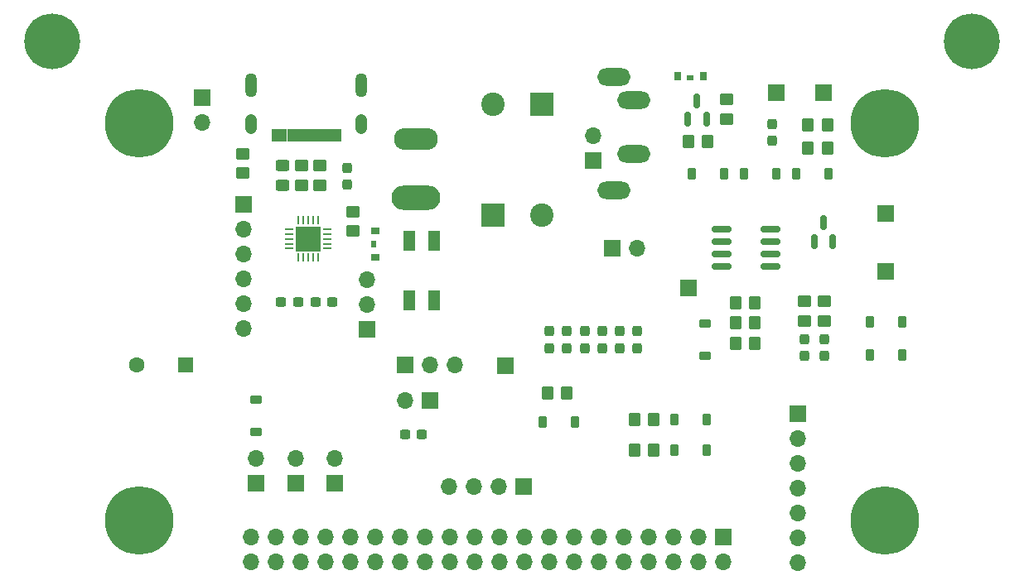
<source format=gbr>
%TF.GenerationSoftware,KiCad,Pcbnew,7.0.2*%
%TF.CreationDate,2024-08-07T09:48:01-07:00*%
%TF.ProjectId,MK-KS-MkV,4d4b2d4b-532d-44d6-9b56-2e6b69636164,1.0*%
%TF.SameCoordinates,PX3a67068PY5e08f30*%
%TF.FileFunction,Soldermask,Top*%
%TF.FilePolarity,Negative*%
%FSLAX46Y46*%
G04 Gerber Fmt 4.6, Leading zero omitted, Abs format (unit mm)*
G04 Created by KiCad (PCBNEW 7.0.2) date 2024-08-07 09:48:01*
%MOMM*%
%LPD*%
G01*
G04 APERTURE LIST*
G04 Aperture macros list*
%AMRoundRect*
0 Rectangle with rounded corners*
0 $1 Rounding radius*
0 $2 $3 $4 $5 $6 $7 $8 $9 X,Y pos of 4 corners*
0 Add a 4 corners polygon primitive as box body*
4,1,4,$2,$3,$4,$5,$6,$7,$8,$9,$2,$3,0*
0 Add four circle primitives for the rounded corners*
1,1,$1+$1,$2,$3*
1,1,$1+$1,$4,$5*
1,1,$1+$1,$6,$7*
1,1,$1+$1,$8,$9*
0 Add four rect primitives between the rounded corners*
20,1,$1+$1,$2,$3,$4,$5,0*
20,1,$1+$1,$4,$5,$6,$7,0*
20,1,$1+$1,$6,$7,$8,$9,0*
20,1,$1+$1,$8,$9,$2,$3,0*%
G04 Aperture macros list end*
%ADD10C,0.010000*%
%ADD11O,1.254000X2.054000*%
%ADD12O,1.254000X2.454000*%
%ADD13R,1.700000X1.700000*%
%ADD14O,1.700000X1.700000*%
%ADD15RoundRect,0.250000X0.450000X-0.350000X0.450000X0.350000X-0.450000X0.350000X-0.450000X-0.350000X0*%
%ADD16RoundRect,0.225000X0.375000X-0.225000X0.375000X0.225000X-0.375000X0.225000X-0.375000X-0.225000X0*%
%ADD17RoundRect,0.225000X0.225000X0.375000X-0.225000X0.375000X-0.225000X-0.375000X0.225000X-0.375000X0*%
%ADD18O,5.000000X2.500000*%
%ADD19O,4.500000X2.250000*%
%ADD20C,4.700000*%
%ADD21C,7.000000*%
%ADD22RoundRect,0.237500X-0.237500X0.300000X-0.237500X-0.300000X0.237500X-0.300000X0.237500X0.300000X0*%
%ADD23R,2.400000X2.400000*%
%ADD24C,2.400000*%
%ADD25R,1.200000X1.999982*%
%ADD26RoundRect,0.237500X0.237500X-0.300000X0.237500X0.300000X-0.237500X0.300000X-0.237500X-0.300000X0*%
%ADD27RoundRect,0.250000X0.350000X0.450000X-0.350000X0.450000X-0.350000X-0.450000X0.350000X-0.450000X0*%
%ADD28RoundRect,0.225000X-0.225000X-0.375000X0.225000X-0.375000X0.225000X0.375000X-0.225000X0.375000X0*%
%ADD29RoundRect,0.250000X-0.450000X0.350000X-0.450000X-0.350000X0.450000X-0.350000X0.450000X0.350000X0*%
%ADD30RoundRect,0.150000X-0.825000X-0.150000X0.825000X-0.150000X0.825000X0.150000X-0.825000X0.150000X0*%
%ADD31RoundRect,0.250000X-0.350000X-0.450000X0.350000X-0.450000X0.350000X0.450000X-0.350000X0.450000X0*%
%ADD32O,3.404000X1.804000*%
%ADD33C,3.600000*%
%ADD34C,5.700000*%
%ADD35RoundRect,0.150000X0.150000X-0.587500X0.150000X0.587500X-0.150000X0.587500X-0.150000X-0.587500X0*%
%ADD36RoundRect,0.237500X0.300000X0.237500X-0.300000X0.237500X-0.300000X-0.237500X0.300000X-0.237500X0*%
%ADD37RoundRect,0.062500X0.350000X0.062500X-0.350000X0.062500X-0.350000X-0.062500X0.350000X-0.062500X0*%
%ADD38RoundRect,0.062500X0.062500X0.350000X-0.062500X0.350000X-0.062500X-0.350000X0.062500X-0.350000X0*%
%ADD39R,2.500000X2.500000*%
%ADD40RoundRect,0.237500X-0.300000X-0.237500X0.300000X-0.237500X0.300000X0.237500X-0.300000X0.237500X0*%
%ADD41R,0.900000X0.710000*%
%ADD42R,0.600000X0.800000*%
%ADD43RoundRect,0.250000X-0.450000X0.325000X-0.450000X-0.325000X0.450000X-0.325000X0.450000X0.325000X0*%
%ADD44R,1.600000X1.600000*%
%ADD45C,1.600000*%
%ADD46R,0.710000X0.900000*%
%ADD47R,0.800000X0.600000*%
G04 APERTURE END LIST*
%TO.C,J4*%
D10*
X29497000Y-10182000D02*
X28797000Y-10182000D01*
X28797000Y-8982000D01*
X29497000Y-8982000D01*
X29497000Y-10182000D01*
G36*
X29497000Y-10182000D02*
G01*
X28797000Y-10182000D01*
X28797000Y-8982000D01*
X29497000Y-8982000D01*
X29497000Y-10182000D01*
G37*
X28697000Y-10182000D02*
X27997000Y-10182000D01*
X27997000Y-8982000D01*
X28697000Y-8982000D01*
X28697000Y-10182000D01*
G36*
X28697000Y-10182000D02*
G01*
X27997000Y-10182000D01*
X27997000Y-8982000D01*
X28697000Y-8982000D01*
X28697000Y-10182000D01*
G37*
X27897000Y-10182000D02*
X27497000Y-10182000D01*
X27497000Y-8982000D01*
X27897000Y-8982000D01*
X27897000Y-10182000D01*
G36*
X27897000Y-10182000D02*
G01*
X27497000Y-10182000D01*
X27497000Y-8982000D01*
X27897000Y-8982000D01*
X27897000Y-10182000D01*
G37*
X27397000Y-10182000D02*
X26997000Y-10182000D01*
X26997000Y-8982000D01*
X27397000Y-8982000D01*
X27397000Y-10182000D01*
G36*
X27397000Y-10182000D02*
G01*
X26997000Y-10182000D01*
X26997000Y-8982000D01*
X27397000Y-8982000D01*
X27397000Y-10182000D01*
G37*
X26897000Y-10182000D02*
X26497000Y-10182000D01*
X26497000Y-8982000D01*
X26897000Y-8982000D01*
X26897000Y-10182000D01*
G36*
X26897000Y-10182000D02*
G01*
X26497000Y-10182000D01*
X26497000Y-8982000D01*
X26897000Y-8982000D01*
X26897000Y-10182000D01*
G37*
X26397000Y-10182000D02*
X25997000Y-10182000D01*
X25997000Y-8982000D01*
X26397000Y-8982000D01*
X26397000Y-10182000D01*
G36*
X26397000Y-10182000D02*
G01*
X25997000Y-10182000D01*
X25997000Y-8982000D01*
X26397000Y-8982000D01*
X26397000Y-10182000D01*
G37*
X25897000Y-10182000D02*
X25497000Y-10182000D01*
X25497000Y-8982000D01*
X25897000Y-8982000D01*
X25897000Y-10182000D01*
G36*
X25897000Y-10182000D02*
G01*
X25497000Y-10182000D01*
X25497000Y-8982000D01*
X25897000Y-8982000D01*
X25897000Y-10182000D01*
G37*
X25397000Y-10182000D02*
X24997000Y-10182000D01*
X24997000Y-8982000D01*
X25397000Y-8982000D01*
X25397000Y-10182000D01*
G36*
X25397000Y-10182000D02*
G01*
X24997000Y-10182000D01*
X24997000Y-8982000D01*
X25397000Y-8982000D01*
X25397000Y-10182000D01*
G37*
X24897000Y-10182000D02*
X24497000Y-10182000D01*
X24497000Y-8982000D01*
X24897000Y-8982000D01*
X24897000Y-10182000D01*
G36*
X24897000Y-10182000D02*
G01*
X24497000Y-10182000D01*
X24497000Y-8982000D01*
X24897000Y-8982000D01*
X24897000Y-10182000D01*
G37*
X24397000Y-10182000D02*
X23997000Y-10182000D01*
X23997000Y-8982000D01*
X24397000Y-8982000D01*
X24397000Y-10182000D01*
G36*
X24397000Y-10182000D02*
G01*
X23997000Y-10182000D01*
X23997000Y-8982000D01*
X24397000Y-8982000D01*
X24397000Y-10182000D01*
G37*
X23897000Y-10182000D02*
X23197000Y-10182000D01*
X23197000Y-8982000D01*
X23897000Y-8982000D01*
X23897000Y-10182000D01*
G36*
X23897000Y-10182000D02*
G01*
X23197000Y-10182000D01*
X23197000Y-8982000D01*
X23897000Y-8982000D01*
X23897000Y-10182000D01*
G37*
X23097000Y-10182000D02*
X22397000Y-10182000D01*
X22397000Y-8982000D01*
X23097000Y-8982000D01*
X23097000Y-10182000D01*
G36*
X23097000Y-10182000D02*
G01*
X22397000Y-10182000D01*
X22397000Y-8982000D01*
X23097000Y-8982000D01*
X23097000Y-10182000D01*
G37*
%TD*%
D11*
%TO.C,J4*%
X31567000Y-8432000D03*
X20327000Y-8432000D03*
D12*
X31567000Y-4432000D03*
X20327000Y-4432000D03*
%TD*%
D13*
%TO.C,OP1*%
X36075000Y-33100000D03*
D14*
X38615000Y-33100000D03*
X41155000Y-33100000D03*
%TD*%
D15*
%TO.C,R2*%
X19448020Y-13486428D03*
X19448020Y-11486428D03*
%TD*%
D16*
%TO.C,D4*%
X66700000Y-32150000D03*
X66700000Y-28850000D03*
%TD*%
D13*
%TO.C,TP7*%
X65046000Y-25223000D03*
%TD*%
%TO.C,TP9*%
X46300000Y-33200000D03*
%TD*%
D17*
%TO.C,D7*%
X68650000Y-13500000D03*
X65350000Y-13500000D03*
%TD*%
D18*
%TO.C,J2*%
X37150000Y-15950000D03*
D19*
X37150000Y-9950000D03*
%TD*%
D20*
%TO.C,SHLD-1*%
X8894000Y-8346000D03*
D21*
X8894000Y-8346000D03*
%TD*%
D13*
%TO.C,JP1*%
X24900000Y-45175000D03*
D14*
X24900000Y-42635000D03*
%TD*%
D22*
%TO.C,C8*%
X50800000Y-29637500D03*
X50800000Y-31362500D03*
%TD*%
D23*
%TO.C,ST1*%
X50000000Y-6400000D03*
D24*
X45000000Y-6400000D03*
%TD*%
D25*
%TO.C,BR1*%
X36480000Y-26512500D03*
X36480000Y-20412500D03*
X39020000Y-26512500D03*
X39020000Y-20412500D03*
%TD*%
D26*
%TO.C,C11*%
X54400000Y-31362500D03*
X54400000Y-29637500D03*
%TD*%
D27*
%TO.C,R14*%
X79200000Y-8500000D03*
X77200000Y-8500000D03*
%TD*%
D28*
%TO.C,D1*%
X63550000Y-41800000D03*
X66850000Y-41800000D03*
%TD*%
D26*
%TO.C,C5*%
X78900000Y-32162500D03*
X78900000Y-30437500D03*
%TD*%
D29*
%TO.C,R6*%
X25448020Y-12686428D03*
X25448020Y-14686428D03*
%TD*%
D13*
%TO.C,JP6*%
X15357000Y-5769000D03*
D14*
X15357000Y-8309000D03*
%TD*%
D13*
%TO.C,TP8*%
X85200000Y-23500000D03*
%TD*%
D27*
%TO.C,R11*%
X71800000Y-30900000D03*
X69800000Y-30900000D03*
%TD*%
D30*
%TO.C,U1*%
X68425000Y-19195000D03*
X68425000Y-20465000D03*
X68425000Y-21735000D03*
X68425000Y-23005000D03*
X73375000Y-23005000D03*
X73375000Y-21735000D03*
X73375000Y-20465000D03*
X73375000Y-19195000D03*
%TD*%
D28*
%TO.C,D9*%
X76050000Y-13500000D03*
X79350000Y-13500000D03*
%TD*%
D26*
%TO.C,C7*%
X52600000Y-31362500D03*
X52600000Y-29637500D03*
%TD*%
D17*
%TO.C,D6*%
X86850000Y-28700000D03*
X83550000Y-28700000D03*
%TD*%
D31*
%TO.C,R9*%
X69800000Y-26700000D03*
X71800000Y-26700000D03*
%TD*%
D32*
%TO.C,J3*%
X57409000Y-3613000D03*
X59409000Y-6013000D03*
X59409000Y-11513000D03*
X57409000Y-15213000D03*
%TD*%
D13*
%TO.C,TP6*%
X78800000Y-5200000D03*
%TD*%
D20*
%TO.C,SHLD-4*%
X8894000Y-48986000D03*
D21*
X8894000Y-48986000D03*
%TD*%
D33*
%TO.C,M_KSI1*%
X0Y0D03*
D34*
X0Y0D03*
%TD*%
D26*
%TO.C,C10*%
X76900000Y-32162500D03*
X76900000Y-30437500D03*
%TD*%
D28*
%TO.C,D10*%
X50150000Y-38950000D03*
X53450000Y-38950000D03*
%TD*%
D35*
%TO.C,Q2*%
X77850000Y-20437500D03*
X79750000Y-20437500D03*
X78800000Y-18562500D03*
%TD*%
D27*
%TO.C,R1*%
X67000000Y-10200000D03*
X65000000Y-10200000D03*
%TD*%
D13*
%TO.C,TP10*%
X85200000Y-17600000D03*
%TD*%
D36*
%TO.C,C3*%
X28610520Y-26686428D03*
X26885520Y-26686428D03*
%TD*%
D31*
%TO.C,R15*%
X77200000Y-10900000D03*
X79200000Y-10900000D03*
%TD*%
D13*
%TO.C,JP2*%
X20800000Y-45175000D03*
D14*
X20800000Y-42635000D03*
%TD*%
D13*
%TO.C,J7*%
X32148020Y-29411428D03*
D14*
X32148020Y-26871428D03*
X32148020Y-24331428D03*
%TD*%
D35*
%TO.C,Q1*%
X64950000Y-7937500D03*
X66850000Y-7937500D03*
X65900000Y-6062500D03*
%TD*%
D13*
%TO.C,J6*%
X48200000Y-45525000D03*
D14*
X45660000Y-45525000D03*
X43120000Y-45525000D03*
X40580000Y-45525000D03*
%TD*%
D15*
%TO.C,R3*%
X30748020Y-19386428D03*
X30748020Y-17386428D03*
%TD*%
D37*
%TO.C,U2*%
X28085520Y-21186428D03*
X28085520Y-20686428D03*
X28085520Y-20186428D03*
X28085520Y-19686428D03*
X28085520Y-19186428D03*
D38*
X27148020Y-18248928D03*
X26648020Y-18248928D03*
X26148020Y-18248928D03*
X25648020Y-18248928D03*
X25148020Y-18248928D03*
D37*
X24210520Y-19186428D03*
X24210520Y-19686428D03*
X24210520Y-20186428D03*
X24210520Y-20686428D03*
X24210520Y-21186428D03*
D38*
X25148020Y-22123928D03*
X25648020Y-22123928D03*
X26148020Y-22123928D03*
X26648020Y-22123928D03*
X27148020Y-22123928D03*
D39*
X26148020Y-20186428D03*
%TD*%
D26*
%TO.C,C1*%
X30148020Y-14648928D03*
X30148020Y-12923928D03*
%TD*%
%TO.C,C13*%
X58000000Y-31362500D03*
X58000000Y-29637500D03*
%TD*%
D17*
%TO.C,D8*%
X73977500Y-13500000D03*
X70677500Y-13500000D03*
%TD*%
D22*
%TO.C,C6*%
X73600000Y-8437500D03*
X73600000Y-10162500D03*
%TD*%
D13*
%TO.C,TP5*%
X74000000Y-5200000D03*
%TD*%
%TO.C,OP2*%
X38600000Y-36700000D03*
D14*
X36060000Y-36700000D03*
%TD*%
D13*
%TO.C,J8*%
X19548020Y-16636428D03*
D14*
X19548020Y-19176428D03*
X19548020Y-21716428D03*
X19548020Y-24256428D03*
X19548020Y-26796428D03*
X19548020Y-29336428D03*
%TD*%
D31*
%TO.C,R16*%
X50600000Y-36000000D03*
X52600000Y-36000000D03*
%TD*%
D33*
%TO.C,M_KSI2*%
X93980000Y0D03*
D34*
X93980000Y0D03*
%TD*%
D40*
%TO.C,C9*%
X36037500Y-40200000D03*
X37762500Y-40200000D03*
%TD*%
D13*
%TO.C,JP5*%
X57195000Y-21181000D03*
D14*
X59735000Y-21181000D03*
%TD*%
D13*
%TO.C,JP4*%
X55279000Y-12172000D03*
D14*
X55279000Y-9632000D03*
%TD*%
D26*
%TO.C,C14*%
X59800000Y-31362500D03*
X59800000Y-29637500D03*
%TD*%
%TO.C,C12*%
X56200000Y-31362500D03*
X56200000Y-29637500D03*
%TD*%
D27*
%TO.C,R8*%
X61500000Y-41800000D03*
X59500000Y-41800000D03*
%TD*%
D29*
%TO.C,R13*%
X76900000Y-26600000D03*
X76900000Y-28600000D03*
%TD*%
D41*
%TO.C,LED2*%
X33021109Y-19347500D03*
X33021109Y-22047500D03*
D42*
X32871109Y-20697500D03*
%TD*%
D16*
%TO.C,D3*%
X20800000Y-39950000D03*
X20800000Y-36650000D03*
%TD*%
D20*
%TO.C,SHLD-3*%
X85094000Y-48986000D03*
D21*
X85094000Y-48986000D03*
%TD*%
D15*
%TO.C,R4*%
X68900000Y-7900000D03*
X68900000Y-5900000D03*
%TD*%
D36*
%TO.C,C2*%
X25110520Y-26686428D03*
X23385520Y-26686428D03*
%TD*%
D15*
%TO.C,R12*%
X78900000Y-28600000D03*
X78900000Y-26600000D03*
%TD*%
D27*
%TO.C,R10*%
X71800000Y-28800000D03*
X69800000Y-28800000D03*
%TD*%
D43*
%TO.C,L1*%
X23548020Y-12661428D03*
X23548020Y-14711428D03*
%TD*%
D28*
%TO.C,D2*%
X63550000Y-38700000D03*
X66850000Y-38700000D03*
%TD*%
D27*
%TO.C,R7*%
X61500000Y-38700000D03*
X59500000Y-38700000D03*
%TD*%
D23*
%TO.C,ST2*%
X45068000Y-17766000D03*
D24*
X50068000Y-17766000D03*
%TD*%
D20*
%TO.C,SHLD-2*%
X85094000Y-8346000D03*
D21*
X85094000Y-8346000D03*
%TD*%
D28*
%TO.C,D5*%
X83550000Y-32050000D03*
X86850000Y-32050000D03*
%TD*%
D13*
%TO.C,JP3*%
X28850000Y-45175000D03*
D14*
X28850000Y-42635000D03*
%TD*%
D44*
%TO.C,C4*%
X13602651Y-33100000D03*
D45*
X8602651Y-33100000D03*
%TD*%
D29*
%TO.C,R5*%
X27348020Y-12686428D03*
X27348020Y-14686428D03*
%TD*%
D46*
%TO.C,LED1*%
X63876500Y-3525891D03*
X66576500Y-3525891D03*
D47*
X65226500Y-3675891D03*
%TD*%
D13*
%TO.C,J1*%
X76174600Y-38093200D03*
D14*
X76174600Y-40633200D03*
X76174600Y-43173200D03*
X76174600Y-45713200D03*
X76174600Y-48253200D03*
X76174600Y-50793200D03*
X76174600Y-53333200D03*
%TD*%
D13*
%TO.C,J5*%
X68561600Y-50705200D03*
D14*
X68561600Y-53245200D03*
X66021600Y-50705200D03*
X66021600Y-53245200D03*
X63481600Y-50705200D03*
X63481600Y-53245200D03*
X60941600Y-50705200D03*
X60941600Y-53245200D03*
X58401600Y-50705200D03*
X58401600Y-53245200D03*
X55861600Y-50705200D03*
X55861600Y-53245200D03*
X53321600Y-50705200D03*
X53321600Y-53245200D03*
X50781600Y-50705200D03*
X50781600Y-53245200D03*
X48241600Y-50705200D03*
X48241600Y-53245200D03*
X45701600Y-50705200D03*
X45701600Y-53245200D03*
X43161600Y-50705200D03*
X43161600Y-53245200D03*
X40621600Y-50705200D03*
X40621600Y-53245200D03*
X38081600Y-50705200D03*
X38081600Y-53245200D03*
X35541600Y-50705200D03*
X35541600Y-53245200D03*
X33001600Y-50705200D03*
X33001600Y-53245200D03*
X30461600Y-50705200D03*
X30461600Y-53245200D03*
X27921600Y-50705200D03*
X27921600Y-53245200D03*
X25381600Y-50705200D03*
X25381600Y-53245200D03*
X22841600Y-50705200D03*
X22841600Y-53245200D03*
X20301600Y-50705200D03*
X20301600Y-53245200D03*
%TD*%
M02*

</source>
